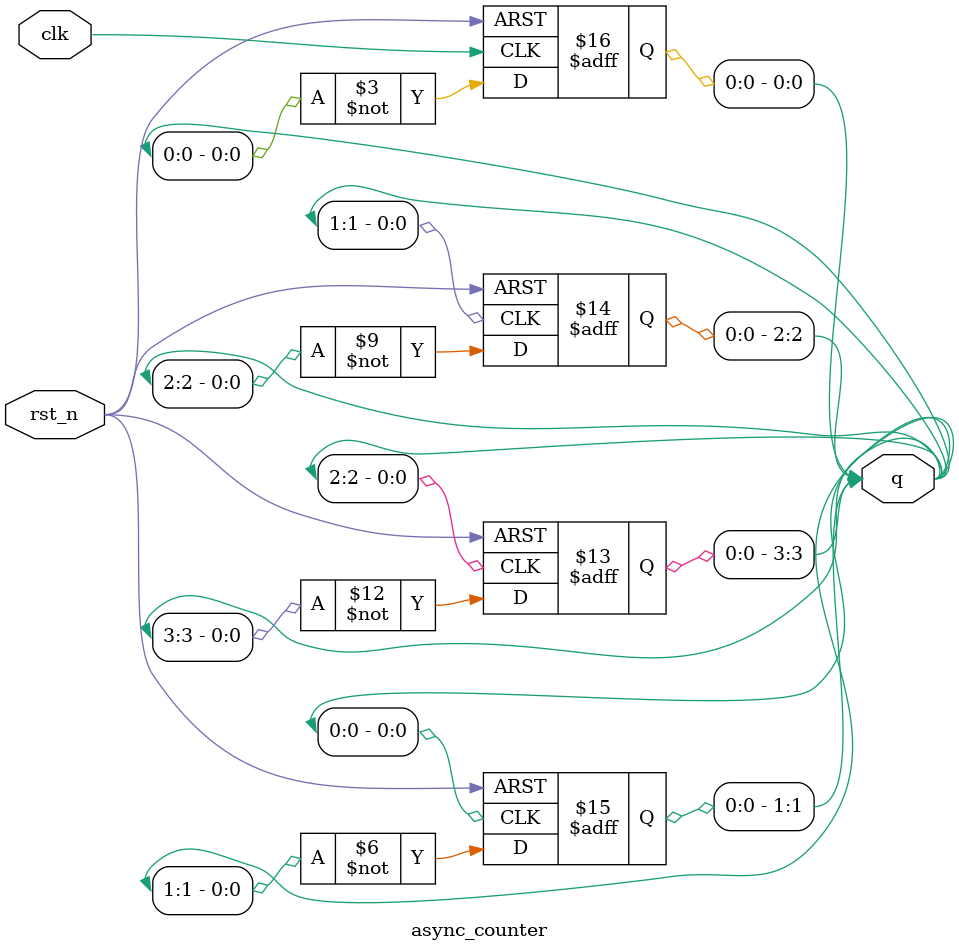
<source format=v>
`timescale 1ns / 1ps


module async_counter(
    input clk,
    input rst_n,
    output reg [3:0] q
    );
    always @(posedge clk or negedge rst_n) begin
        if (rst_n == 1'b0) begin   
            q[0] <= 1'b0;
    end else begin
        q[0] <= ~q[0];
    end
end

always @(posedge q[0] or negedge rst_n) begin
        if (rst_n == 1'b0) begin    
            q[1] <= 1'b0;
    end else begin
        q[1] <= ~q[1];
    end
end

always @(posedge q[1] or negedge rst_n) begin
        if (rst_n == 1'b0) begin    
            q[2] <= 1'b0;
    end else begin
        q[2] <= ~q[2];
    end
end     

always @(posedge q[2] or negedge rst_n) begin
        if (rst_n == 1'b0) begin    
            q[3] <= 1'b0;
    end else begin
        q[3] <= ~q[3];
    end
end  

//always @(posedge q[3] or negedge rst_n) begin
//        if (rst_n == 1'b0) begin    
//            q[2] <= 1'b0;
//    end else begin
//        q[2] <= ~q[2];
//    end
//end        
    
endmodule

</source>
